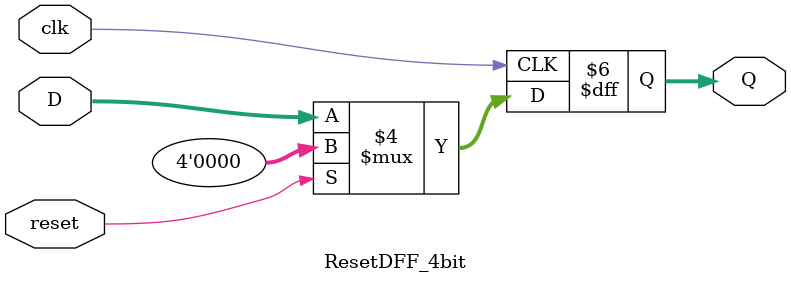
<source format=v>

module DFF_4bit ( //DFF used just for buffering signals
    input wire clk,
    input wire [3:0] D,
    output reg [3:0] Q
);

    always @(posedge clk) begin
            Q <= D;
    end

endmodule

module DFF ( //DFF used just for buffering signals
    input wire clk,
    input wire  D,
    output reg  Q
);

    always @(posedge clk) begin
            Q <= D;
    end

endmodule

module EnableDFF_4bit(
    input wire clk,
    input wire enable,
    input wire [3:0] D,
    output reg [3:0] Q
);

    always @(posedge clk) begin
        if (enable) begin
            Q <= D;
        end
    end

endmodule

module ResetEnableDFF_4bit( // synchronous reset
    input wire clk,
    input wire reset,
    input wire enable,
    input wire [3:0] D,
    output reg [3:0] Q
);

    always @(posedge clk) begin
        if (~reset) begin
            if (enable) begin
                Q <= D;
            end 
        end else begin // reset behaviour
            Q <= 0;
        end
    end

endmodule

module ResetDFF_4bit ( // synchronous reset, no enable
    input wire clk,
    input wire reset,
    input wire [3:0] D,
    output reg [3:0] Q
);

    always @(posedge clk) begin
        if (~reset) begin
            Q <= D;
        end else begin // reset behaviour
            Q <= 0;
        end
    end

endmodule
</source>
